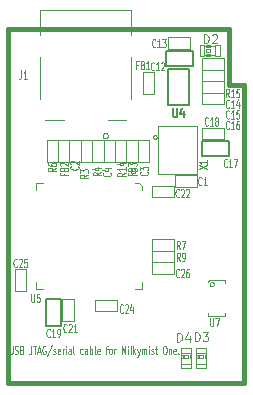
<source format=gto>
G04 (created by PCBNEW-RS274X (2010-05-05 BZR 2356)-stable) date 2010年09月03日 星期五 23时32分26秒*
G01*
G70*
G90*
%MOIN*%
G04 Gerber Fmt 3.4, Leading zero omitted, Abs format*
%FSLAX34Y34*%
G04 APERTURE LIST*
%ADD10C,0.006000*%
%ADD11C,0.015000*%
%ADD12C,0.004500*%
%ADD13C,0.002600*%
%ADD14C,0.004000*%
%ADD15C,0.003000*%
%ADD16C,0.005000*%
%ADD17C,0.003500*%
G04 APERTURE END LIST*
G54D10*
G54D11*
X47244Y-41220D02*
X47244Y-41220D01*
X46732Y-41221D02*
X47244Y-41221D01*
X46732Y-39370D02*
X46732Y-41220D01*
G54D12*
X39409Y-49931D02*
X39409Y-50158D01*
X39417Y-50185D01*
X39426Y-50198D01*
X39443Y-50211D01*
X39477Y-50211D01*
X39495Y-50198D01*
X39503Y-50185D01*
X39512Y-50158D01*
X39512Y-49931D01*
X39589Y-50198D02*
X39615Y-50211D01*
X39658Y-50211D01*
X39675Y-50198D01*
X39684Y-50185D01*
X39692Y-50158D01*
X39692Y-50131D01*
X39684Y-50105D01*
X39675Y-50091D01*
X39658Y-50078D01*
X39624Y-50065D01*
X39606Y-50051D01*
X39598Y-50038D01*
X39589Y-50011D01*
X39589Y-49985D01*
X39598Y-49958D01*
X39606Y-49945D01*
X39624Y-49931D01*
X39666Y-49931D01*
X39692Y-49945D01*
X39829Y-50065D02*
X39855Y-50078D01*
X39863Y-50091D01*
X39872Y-50118D01*
X39872Y-50158D01*
X39863Y-50185D01*
X39855Y-50198D01*
X39837Y-50211D01*
X39769Y-50211D01*
X39769Y-49931D01*
X39829Y-49931D01*
X39846Y-49945D01*
X39855Y-49958D01*
X39863Y-49985D01*
X39863Y-50011D01*
X39855Y-50038D01*
X39846Y-50051D01*
X39829Y-50065D01*
X39769Y-50065D01*
X40137Y-49931D02*
X40137Y-50131D01*
X40129Y-50171D01*
X40112Y-50198D01*
X40086Y-50211D01*
X40069Y-50211D01*
X40197Y-49931D02*
X40300Y-49931D01*
X40249Y-50211D02*
X40249Y-49931D01*
X40351Y-50131D02*
X40437Y-50131D01*
X40334Y-50211D02*
X40394Y-49931D01*
X40454Y-50211D01*
X40608Y-49945D02*
X40591Y-49931D01*
X40565Y-49931D01*
X40540Y-49945D01*
X40522Y-49971D01*
X40514Y-49998D01*
X40505Y-50051D01*
X40505Y-50091D01*
X40514Y-50145D01*
X40522Y-50171D01*
X40540Y-50198D01*
X40565Y-50211D01*
X40582Y-50211D01*
X40608Y-50198D01*
X40617Y-50185D01*
X40617Y-50091D01*
X40582Y-50091D01*
X40822Y-49918D02*
X40668Y-50278D01*
X40874Y-50198D02*
X40891Y-50211D01*
X40926Y-50211D01*
X40943Y-50198D01*
X40951Y-50171D01*
X40951Y-50158D01*
X40943Y-50131D01*
X40926Y-50118D01*
X40900Y-50118D01*
X40883Y-50105D01*
X40874Y-50078D01*
X40874Y-50065D01*
X40883Y-50038D01*
X40900Y-50025D01*
X40926Y-50025D01*
X40943Y-50038D01*
X41097Y-50198D02*
X41080Y-50211D01*
X41046Y-50211D01*
X41029Y-50198D01*
X41020Y-50171D01*
X41020Y-50065D01*
X41029Y-50038D01*
X41046Y-50025D01*
X41080Y-50025D01*
X41097Y-50038D01*
X41106Y-50065D01*
X41106Y-50091D01*
X41020Y-50118D01*
X41183Y-50211D02*
X41183Y-50025D01*
X41183Y-50078D02*
X41191Y-50051D01*
X41200Y-50038D01*
X41217Y-50025D01*
X41234Y-50025D01*
X41294Y-50211D02*
X41294Y-50025D01*
X41294Y-49931D02*
X41285Y-49945D01*
X41294Y-49958D01*
X41302Y-49945D01*
X41294Y-49931D01*
X41294Y-49958D01*
X41457Y-50211D02*
X41457Y-50065D01*
X41448Y-50038D01*
X41431Y-50025D01*
X41397Y-50025D01*
X41380Y-50038D01*
X41457Y-50198D02*
X41440Y-50211D01*
X41397Y-50211D01*
X41380Y-50198D01*
X41371Y-50171D01*
X41371Y-50145D01*
X41380Y-50118D01*
X41397Y-50105D01*
X41440Y-50105D01*
X41457Y-50091D01*
X41569Y-50211D02*
X41551Y-50198D01*
X41543Y-50171D01*
X41543Y-49931D01*
X41851Y-50198D02*
X41834Y-50211D01*
X41800Y-50211D01*
X41782Y-50198D01*
X41774Y-50185D01*
X41765Y-50158D01*
X41765Y-50078D01*
X41774Y-50051D01*
X41782Y-50038D01*
X41800Y-50025D01*
X41834Y-50025D01*
X41851Y-50038D01*
X42005Y-50211D02*
X42005Y-50065D01*
X41996Y-50038D01*
X41979Y-50025D01*
X41945Y-50025D01*
X41928Y-50038D01*
X42005Y-50198D02*
X41988Y-50211D01*
X41945Y-50211D01*
X41928Y-50198D01*
X41919Y-50171D01*
X41919Y-50145D01*
X41928Y-50118D01*
X41945Y-50105D01*
X41988Y-50105D01*
X42005Y-50091D01*
X42091Y-50211D02*
X42091Y-49931D01*
X42091Y-50038D02*
X42108Y-50025D01*
X42142Y-50025D01*
X42159Y-50038D01*
X42168Y-50051D01*
X42177Y-50078D01*
X42177Y-50158D01*
X42168Y-50185D01*
X42159Y-50198D01*
X42142Y-50211D01*
X42108Y-50211D01*
X42091Y-50198D01*
X42280Y-50211D02*
X42262Y-50198D01*
X42254Y-50171D01*
X42254Y-49931D01*
X42416Y-50198D02*
X42399Y-50211D01*
X42365Y-50211D01*
X42348Y-50198D01*
X42339Y-50171D01*
X42339Y-50065D01*
X42348Y-50038D01*
X42365Y-50025D01*
X42399Y-50025D01*
X42416Y-50038D01*
X42425Y-50065D01*
X42425Y-50091D01*
X42339Y-50118D01*
X42613Y-50025D02*
X42682Y-50025D01*
X42639Y-50211D02*
X42639Y-49971D01*
X42647Y-49945D01*
X42665Y-49931D01*
X42682Y-49931D01*
X42768Y-50211D02*
X42750Y-50198D01*
X42742Y-50185D01*
X42733Y-50158D01*
X42733Y-50078D01*
X42742Y-50051D01*
X42750Y-50038D01*
X42768Y-50025D01*
X42793Y-50025D01*
X42810Y-50038D01*
X42819Y-50051D01*
X42828Y-50078D01*
X42828Y-50158D01*
X42819Y-50185D01*
X42810Y-50198D01*
X42793Y-50211D01*
X42768Y-50211D01*
X42905Y-50211D02*
X42905Y-50025D01*
X42905Y-50078D02*
X42913Y-50051D01*
X42922Y-50038D01*
X42939Y-50025D01*
X42956Y-50025D01*
X43153Y-50211D02*
X43153Y-49931D01*
X43213Y-50131D01*
X43273Y-49931D01*
X43273Y-50211D01*
X43359Y-50211D02*
X43359Y-50025D01*
X43359Y-49931D02*
X43350Y-49945D01*
X43359Y-49958D01*
X43367Y-49945D01*
X43359Y-49931D01*
X43359Y-49958D01*
X43471Y-50211D02*
X43453Y-50198D01*
X43445Y-50171D01*
X43445Y-49931D01*
X43539Y-50211D02*
X43539Y-49931D01*
X43556Y-50105D02*
X43607Y-50211D01*
X43607Y-50025D02*
X43539Y-50131D01*
X43668Y-50025D02*
X43711Y-50211D01*
X43753Y-50025D02*
X43711Y-50211D01*
X43693Y-50278D01*
X43685Y-50291D01*
X43668Y-50305D01*
X43822Y-50211D02*
X43822Y-50025D01*
X43822Y-50051D02*
X43830Y-50038D01*
X43848Y-50025D01*
X43873Y-50025D01*
X43890Y-50038D01*
X43899Y-50065D01*
X43899Y-50211D01*
X43899Y-50065D02*
X43908Y-50038D01*
X43925Y-50025D01*
X43950Y-50025D01*
X43968Y-50038D01*
X43976Y-50065D01*
X43976Y-50211D01*
X44062Y-50211D02*
X44062Y-50025D01*
X44062Y-49931D02*
X44053Y-49945D01*
X44062Y-49958D01*
X44070Y-49945D01*
X44062Y-49931D01*
X44062Y-49958D01*
X44139Y-50198D02*
X44156Y-50211D01*
X44191Y-50211D01*
X44208Y-50198D01*
X44216Y-50171D01*
X44216Y-50158D01*
X44208Y-50131D01*
X44191Y-50118D01*
X44165Y-50118D01*
X44148Y-50105D01*
X44139Y-50078D01*
X44139Y-50065D01*
X44148Y-50038D01*
X44165Y-50025D01*
X44191Y-50025D01*
X44208Y-50038D01*
X44268Y-50025D02*
X44337Y-50025D01*
X44294Y-49931D02*
X44294Y-50171D01*
X44302Y-50198D01*
X44320Y-50211D01*
X44337Y-50211D01*
X44568Y-49931D02*
X44602Y-49931D01*
X44620Y-49945D01*
X44637Y-49971D01*
X44645Y-50025D01*
X44645Y-50118D01*
X44637Y-50171D01*
X44620Y-50198D01*
X44602Y-50211D01*
X44568Y-50211D01*
X44551Y-50198D01*
X44534Y-50171D01*
X44525Y-50118D01*
X44525Y-50025D01*
X44534Y-49971D01*
X44551Y-49945D01*
X44568Y-49931D01*
X44723Y-50025D02*
X44723Y-50211D01*
X44723Y-50051D02*
X44731Y-50038D01*
X44749Y-50025D01*
X44774Y-50025D01*
X44791Y-50038D01*
X44800Y-50065D01*
X44800Y-50211D01*
X44954Y-50198D02*
X44937Y-50211D01*
X44903Y-50211D01*
X44886Y-50198D01*
X44877Y-50171D01*
X44877Y-50065D01*
X44886Y-50038D01*
X44903Y-50025D01*
X44937Y-50025D01*
X44954Y-50038D01*
X44963Y-50065D01*
X44963Y-50091D01*
X44877Y-50118D01*
X45040Y-50185D02*
X45048Y-50198D01*
X45040Y-50211D01*
X45031Y-50198D01*
X45040Y-50185D01*
X45040Y-50211D01*
G54D11*
X39370Y-51181D02*
X39370Y-39370D01*
X47244Y-51181D02*
X39370Y-51181D01*
X47244Y-41220D02*
X47244Y-51181D01*
X39370Y-39370D02*
X46732Y-39370D01*
G54D13*
X45903Y-40257D02*
X45903Y-39903D01*
X45903Y-39903D02*
X45746Y-39903D01*
X45746Y-40257D02*
X45746Y-39903D01*
X45903Y-40257D02*
X45746Y-40257D01*
X46414Y-40257D02*
X46414Y-39903D01*
X46414Y-39903D02*
X46257Y-39903D01*
X46257Y-40257D02*
X46257Y-39903D01*
X46414Y-40257D02*
X46257Y-40257D01*
X46080Y-40257D02*
X46080Y-40198D01*
X46080Y-40198D02*
X45962Y-40198D01*
X45962Y-40257D02*
X45962Y-40198D01*
X46080Y-40257D02*
X45962Y-40257D01*
X46080Y-39962D02*
X46080Y-39903D01*
X46080Y-39903D02*
X45962Y-39903D01*
X45962Y-39962D02*
X45962Y-39903D01*
X46080Y-39962D02*
X45962Y-39962D01*
X46080Y-40139D02*
X46080Y-40021D01*
X46080Y-40021D02*
X45962Y-40021D01*
X45962Y-40139D02*
X45962Y-40021D01*
X46080Y-40139D02*
X45962Y-40139D01*
G54D14*
X45903Y-40237D02*
X46257Y-40237D01*
X45903Y-39923D02*
X46257Y-39923D01*
G54D13*
X45623Y-50173D02*
X45977Y-50173D01*
X45977Y-50173D02*
X45977Y-50016D01*
X45623Y-50016D02*
X45977Y-50016D01*
X45623Y-50173D02*
X45623Y-50016D01*
X45623Y-50684D02*
X45977Y-50684D01*
X45977Y-50684D02*
X45977Y-50527D01*
X45623Y-50527D02*
X45977Y-50527D01*
X45623Y-50684D02*
X45623Y-50527D01*
X45623Y-50350D02*
X45682Y-50350D01*
X45682Y-50350D02*
X45682Y-50232D01*
X45623Y-50232D02*
X45682Y-50232D01*
X45623Y-50350D02*
X45623Y-50232D01*
X45918Y-50350D02*
X45977Y-50350D01*
X45977Y-50350D02*
X45977Y-50232D01*
X45918Y-50232D02*
X45977Y-50232D01*
X45918Y-50350D02*
X45918Y-50232D01*
X45741Y-50350D02*
X45859Y-50350D01*
X45859Y-50350D02*
X45859Y-50232D01*
X45741Y-50232D02*
X45859Y-50232D01*
X45741Y-50350D02*
X45741Y-50232D01*
G54D14*
X45643Y-50173D02*
X45643Y-50527D01*
X45957Y-50173D02*
X45957Y-50527D01*
G54D13*
X45123Y-50173D02*
X45477Y-50173D01*
X45477Y-50173D02*
X45477Y-50016D01*
X45123Y-50016D02*
X45477Y-50016D01*
X45123Y-50173D02*
X45123Y-50016D01*
X45123Y-50684D02*
X45477Y-50684D01*
X45477Y-50684D02*
X45477Y-50527D01*
X45123Y-50527D02*
X45477Y-50527D01*
X45123Y-50684D02*
X45123Y-50527D01*
X45123Y-50350D02*
X45182Y-50350D01*
X45182Y-50350D02*
X45182Y-50232D01*
X45123Y-50232D02*
X45182Y-50232D01*
X45123Y-50350D02*
X45123Y-50232D01*
X45418Y-50350D02*
X45477Y-50350D01*
X45477Y-50350D02*
X45477Y-50232D01*
X45418Y-50232D02*
X45477Y-50232D01*
X45418Y-50350D02*
X45418Y-50232D01*
X45241Y-50350D02*
X45359Y-50350D01*
X45359Y-50350D02*
X45359Y-50232D01*
X45241Y-50232D02*
X45359Y-50232D01*
X45241Y-50350D02*
X45241Y-50232D01*
G54D14*
X45143Y-50173D02*
X45143Y-50527D01*
X45457Y-50173D02*
X45457Y-50527D01*
G54D15*
X43613Y-44096D02*
X43611Y-44112D01*
X43606Y-44127D01*
X43599Y-44141D01*
X43588Y-44154D01*
X43576Y-44164D01*
X43562Y-44172D01*
X43546Y-44177D01*
X43530Y-44178D01*
X43515Y-44177D01*
X43499Y-44172D01*
X43485Y-44165D01*
X43472Y-44155D01*
X43462Y-44142D01*
X43454Y-44128D01*
X43449Y-44113D01*
X43448Y-44097D01*
X43449Y-44082D01*
X43453Y-44066D01*
X43461Y-44052D01*
X43471Y-44039D01*
X43483Y-44028D01*
X43497Y-44020D01*
X43513Y-44015D01*
X43529Y-44014D01*
X43544Y-44015D01*
X43560Y-44019D01*
X43574Y-44026D01*
X43587Y-44036D01*
X43597Y-44049D01*
X43605Y-44063D01*
X43610Y-44078D01*
X43612Y-44094D01*
X43613Y-44096D01*
X43825Y-44726D02*
X43825Y-44588D01*
X43825Y-44588D02*
X43727Y-44490D01*
X43727Y-44490D02*
X43589Y-44490D01*
X40282Y-47797D02*
X40282Y-48033D01*
X40282Y-48033D02*
X40518Y-48033D01*
X40518Y-44490D02*
X40282Y-44490D01*
X40282Y-44490D02*
X40282Y-44726D01*
X43589Y-48033D02*
X43825Y-48033D01*
X43825Y-48033D02*
X43825Y-47797D01*
X41790Y-43790D02*
X41790Y-43060D01*
X41790Y-43060D02*
X42170Y-43060D01*
X42170Y-43060D02*
X42170Y-43790D01*
X42170Y-43790D02*
X41790Y-43790D01*
X42170Y-43790D02*
X42170Y-43060D01*
X42170Y-43060D02*
X42550Y-43060D01*
X42550Y-43060D02*
X42550Y-43790D01*
X42550Y-43790D02*
X42170Y-43790D01*
X44920Y-44250D02*
X45650Y-44250D01*
X45650Y-44250D02*
X45650Y-44630D01*
X45650Y-44630D02*
X44920Y-44630D01*
X44920Y-44630D02*
X44920Y-44250D01*
X43690Y-43790D02*
X43690Y-43060D01*
X43690Y-43060D02*
X44070Y-43060D01*
X44070Y-43060D02*
X44070Y-43790D01*
X44070Y-43790D02*
X43690Y-43790D01*
X42930Y-43060D02*
X42930Y-43790D01*
X42930Y-43790D02*
X42550Y-43790D01*
X42550Y-43790D02*
X42550Y-43060D01*
X42550Y-43060D02*
X42930Y-43060D01*
X41790Y-43060D02*
X41790Y-43790D01*
X41790Y-43790D02*
X41410Y-43790D01*
X41410Y-43790D02*
X41410Y-43060D01*
X41410Y-43060D02*
X41790Y-43060D01*
X43860Y-41540D02*
X43860Y-40810D01*
X43860Y-40810D02*
X44240Y-40810D01*
X44240Y-40810D02*
X44240Y-41540D01*
X44240Y-41540D02*
X43860Y-41540D01*
X44900Y-47140D02*
X44170Y-47140D01*
X44170Y-47140D02*
X44170Y-46760D01*
X44170Y-46760D02*
X44900Y-46760D01*
X44900Y-46760D02*
X44900Y-47140D01*
X44900Y-46760D02*
X44170Y-46760D01*
X44170Y-46760D02*
X44170Y-46380D01*
X44170Y-46380D02*
X44900Y-46380D01*
X44900Y-46380D02*
X44900Y-46760D01*
X45820Y-41110D02*
X46550Y-41110D01*
X46550Y-41110D02*
X46550Y-41490D01*
X46550Y-41490D02*
X45820Y-41490D01*
X45820Y-41490D02*
X45820Y-41110D01*
X45820Y-40730D02*
X46550Y-40730D01*
X46550Y-40730D02*
X46550Y-41110D01*
X46550Y-41110D02*
X45820Y-41110D01*
X45820Y-41110D02*
X45820Y-40730D01*
X44710Y-39650D02*
X45440Y-39650D01*
X45440Y-39650D02*
X45440Y-40030D01*
X45440Y-40030D02*
X44710Y-40030D01*
X44710Y-40030D02*
X44710Y-39650D01*
X42260Y-48390D02*
X42990Y-48390D01*
X42990Y-48390D02*
X42990Y-48770D01*
X42990Y-48770D02*
X42260Y-48770D01*
X42260Y-48770D02*
X42260Y-48390D01*
X44170Y-47140D02*
X44900Y-47140D01*
X44900Y-47140D02*
X44900Y-47520D01*
X44900Y-47520D02*
X44170Y-47520D01*
X44170Y-47520D02*
X44170Y-47140D01*
X39970Y-47370D02*
X39970Y-48100D01*
X39970Y-48100D02*
X39590Y-48100D01*
X39590Y-48100D02*
X39590Y-47370D01*
X39590Y-47370D02*
X39970Y-47370D01*
X41550Y-48380D02*
X41550Y-49110D01*
X41550Y-49110D02*
X41170Y-49110D01*
X41170Y-49110D02*
X41170Y-48380D01*
X41170Y-48380D02*
X41550Y-48380D01*
X44150Y-44600D02*
X44880Y-44600D01*
X44880Y-44600D02*
X44880Y-44980D01*
X44880Y-44980D02*
X44150Y-44980D01*
X44150Y-44980D02*
X44150Y-44600D01*
X43690Y-43060D02*
X43690Y-43790D01*
X43690Y-43790D02*
X43310Y-43790D01*
X43310Y-43790D02*
X43310Y-43060D01*
X43310Y-43060D02*
X43690Y-43060D01*
X41410Y-43060D02*
X41410Y-43790D01*
X41410Y-43790D02*
X41030Y-43790D01*
X41030Y-43790D02*
X41030Y-43060D01*
X41030Y-43060D02*
X41410Y-43060D01*
X46550Y-40730D02*
X45820Y-40730D01*
X45820Y-40730D02*
X45820Y-40350D01*
X45820Y-40350D02*
X46550Y-40350D01*
X46550Y-40350D02*
X46550Y-40730D01*
X45820Y-42660D02*
X46550Y-42660D01*
X46550Y-42660D02*
X46550Y-43040D01*
X46550Y-43040D02*
X45820Y-43040D01*
X45820Y-43040D02*
X45820Y-42660D01*
X45820Y-41490D02*
X46550Y-41490D01*
X46550Y-41490D02*
X46550Y-41870D01*
X46550Y-41870D02*
X45820Y-41870D01*
X45820Y-41870D02*
X45820Y-41490D01*
G54D16*
X44630Y-40090D02*
X45530Y-40090D01*
X45530Y-40090D02*
X45530Y-40590D01*
X45530Y-40590D02*
X44630Y-40590D01*
X44630Y-40590D02*
X44630Y-40090D01*
X45830Y-43100D02*
X46730Y-43100D01*
X46730Y-43100D02*
X46730Y-43600D01*
X46730Y-43600D02*
X45830Y-43600D01*
X45830Y-43600D02*
X45830Y-43100D01*
X41120Y-48380D02*
X41120Y-49280D01*
X41120Y-49280D02*
X40620Y-49280D01*
X40620Y-49280D02*
X40620Y-48380D01*
X40620Y-48380D02*
X41120Y-48380D01*
X45400Y-41890D02*
X44700Y-41890D01*
X44700Y-41890D02*
X44700Y-40690D01*
X44700Y-40690D02*
X45400Y-40690D01*
X45400Y-40690D02*
X45400Y-41890D01*
G54D15*
X46227Y-47872D02*
X46225Y-47885D01*
X46221Y-47898D01*
X46215Y-47910D01*
X46206Y-47921D01*
X46196Y-47930D01*
X46184Y-47936D01*
X46171Y-47940D01*
X46157Y-47941D01*
X46144Y-47940D01*
X46131Y-47936D01*
X46119Y-47930D01*
X46109Y-47922D01*
X46100Y-47911D01*
X46093Y-47899D01*
X46089Y-47886D01*
X46088Y-47872D01*
X46089Y-47860D01*
X46092Y-47847D01*
X46099Y-47835D01*
X46107Y-47824D01*
X46118Y-47815D01*
X46129Y-47808D01*
X46142Y-47804D01*
X46156Y-47803D01*
X46169Y-47804D01*
X46182Y-47807D01*
X46194Y-47813D01*
X46205Y-47822D01*
X46214Y-47832D01*
X46220Y-47844D01*
X46225Y-47857D01*
X46226Y-47871D01*
X46227Y-47872D01*
X46587Y-48848D02*
X46587Y-48927D01*
X46587Y-48927D02*
X46041Y-48929D01*
X46041Y-48929D02*
X46041Y-48848D01*
X46586Y-47821D02*
X46586Y-47743D01*
X46586Y-47743D02*
X46045Y-47744D01*
X46045Y-47744D02*
X46044Y-47817D01*
X42686Y-42925D02*
X42684Y-42941D01*
X42679Y-42958D01*
X42671Y-42973D01*
X42660Y-42986D01*
X42647Y-42997D01*
X42632Y-43005D01*
X42616Y-43010D01*
X42599Y-43011D01*
X42583Y-43010D01*
X42567Y-43005D01*
X42552Y-42997D01*
X42539Y-42987D01*
X42528Y-42974D01*
X42520Y-42959D01*
X42514Y-42943D01*
X42513Y-42926D01*
X42514Y-42910D01*
X42519Y-42893D01*
X42526Y-42878D01*
X42537Y-42865D01*
X42550Y-42854D01*
X42565Y-42846D01*
X42581Y-42841D01*
X42598Y-42839D01*
X42614Y-42840D01*
X42630Y-42844D01*
X42645Y-42852D01*
X42658Y-42862D01*
X42670Y-42875D01*
X42678Y-42890D01*
X42683Y-42906D01*
X42685Y-42923D01*
X42686Y-42925D01*
X43446Y-40307D02*
X43446Y-41704D01*
X40414Y-39578D02*
X40414Y-38732D01*
X40414Y-38732D02*
X43446Y-38732D01*
X43446Y-38732D02*
X43446Y-39559D01*
X40414Y-41704D02*
X40414Y-40307D01*
X42678Y-42393D02*
X43308Y-42393D01*
X41222Y-42393D02*
X40592Y-42393D01*
X40650Y-43790D02*
X40650Y-43060D01*
X40650Y-43060D02*
X41030Y-43060D01*
X41030Y-43060D02*
X41030Y-43790D01*
X41030Y-43790D02*
X40650Y-43790D01*
X42930Y-43790D02*
X42930Y-43060D01*
X42930Y-43060D02*
X43310Y-43060D01*
X43310Y-43060D02*
X43310Y-43790D01*
X43310Y-43790D02*
X42930Y-43790D01*
X44316Y-42970D02*
X44314Y-42981D01*
X44311Y-42992D01*
X44306Y-43002D01*
X44298Y-43011D01*
X44289Y-43018D01*
X44279Y-43024D01*
X44268Y-43027D01*
X44257Y-43028D01*
X44246Y-43027D01*
X44235Y-43024D01*
X44225Y-43019D01*
X44216Y-43012D01*
X44209Y-43003D01*
X44203Y-42993D01*
X44200Y-42982D01*
X44199Y-42970D01*
X44199Y-42960D01*
X44203Y-42949D01*
X44208Y-42939D01*
X44215Y-42930D01*
X44224Y-42922D01*
X44234Y-42916D01*
X44245Y-42913D01*
X44256Y-42912D01*
X44267Y-42912D01*
X44278Y-42915D01*
X44288Y-42921D01*
X44297Y-42928D01*
X44305Y-42936D01*
X44310Y-42947D01*
X44314Y-42957D01*
X44315Y-42969D01*
X44316Y-42970D01*
X45645Y-42596D02*
X44365Y-42596D01*
X44365Y-42596D02*
X44365Y-44210D01*
X44365Y-44210D02*
X45645Y-44210D01*
X45645Y-44210D02*
X45645Y-42596D01*
G54D17*
X45880Y-39845D02*
X45880Y-39545D01*
X45952Y-39545D01*
X45995Y-39560D01*
X46023Y-39588D01*
X46038Y-39617D01*
X46052Y-39674D01*
X46052Y-39717D01*
X46038Y-39774D01*
X46023Y-39803D01*
X45995Y-39831D01*
X45952Y-39845D01*
X45880Y-39845D01*
X46166Y-39574D02*
X46180Y-39560D01*
X46209Y-39545D01*
X46280Y-39545D01*
X46309Y-39560D01*
X46323Y-39574D01*
X46338Y-39603D01*
X46338Y-39631D01*
X46323Y-39674D01*
X46152Y-39845D01*
X46338Y-39845D01*
X45578Y-49781D02*
X45578Y-49481D01*
X45650Y-49481D01*
X45693Y-49496D01*
X45721Y-49524D01*
X45736Y-49553D01*
X45750Y-49610D01*
X45750Y-49653D01*
X45736Y-49710D01*
X45721Y-49739D01*
X45693Y-49767D01*
X45650Y-49781D01*
X45578Y-49781D01*
X45850Y-49481D02*
X46036Y-49481D01*
X45936Y-49596D01*
X45978Y-49596D01*
X46007Y-49610D01*
X46021Y-49624D01*
X46036Y-49653D01*
X46036Y-49724D01*
X46021Y-49753D01*
X46007Y-49767D01*
X45978Y-49781D01*
X45893Y-49781D01*
X45864Y-49767D01*
X45850Y-49753D01*
X44988Y-49791D02*
X44988Y-49491D01*
X45060Y-49491D01*
X45103Y-49506D01*
X45131Y-49534D01*
X45146Y-49563D01*
X45160Y-49620D01*
X45160Y-49663D01*
X45146Y-49720D01*
X45131Y-49749D01*
X45103Y-49777D01*
X45060Y-49791D01*
X44988Y-49791D01*
X45417Y-49591D02*
X45417Y-49791D01*
X45346Y-49477D02*
X45274Y-49691D01*
X45460Y-49691D01*
G54D12*
X40133Y-48193D02*
X40133Y-48420D01*
X40141Y-48447D01*
X40150Y-48460D01*
X40167Y-48473D01*
X40201Y-48473D01*
X40219Y-48460D01*
X40227Y-48447D01*
X40236Y-48420D01*
X40236Y-48193D01*
X40408Y-48193D02*
X40322Y-48193D01*
X40313Y-48327D01*
X40322Y-48313D01*
X40339Y-48300D01*
X40382Y-48300D01*
X40399Y-48313D01*
X40408Y-48327D01*
X40416Y-48353D01*
X40416Y-48420D01*
X40408Y-48447D01*
X40399Y-48460D01*
X40382Y-48473D01*
X40339Y-48473D01*
X40322Y-48460D01*
X40313Y-48447D01*
X42042Y-44222D02*
X41909Y-44282D01*
X42042Y-44325D02*
X41762Y-44325D01*
X41762Y-44257D01*
X41776Y-44239D01*
X41789Y-44231D01*
X41816Y-44222D01*
X41856Y-44222D01*
X41882Y-44231D01*
X41896Y-44239D01*
X41909Y-44257D01*
X41909Y-44325D01*
X41762Y-44162D02*
X41762Y-44051D01*
X41869Y-44111D01*
X41869Y-44085D01*
X41882Y-44068D01*
X41896Y-44059D01*
X41922Y-44051D01*
X41989Y-44051D01*
X42016Y-44059D01*
X42029Y-44068D01*
X42042Y-44085D01*
X42042Y-44137D01*
X42029Y-44154D01*
X42016Y-44162D01*
X42463Y-44149D02*
X42330Y-44209D01*
X42463Y-44252D02*
X42183Y-44252D01*
X42183Y-44184D01*
X42197Y-44166D01*
X42210Y-44158D01*
X42237Y-44149D01*
X42277Y-44149D01*
X42303Y-44158D01*
X42317Y-44166D01*
X42330Y-44184D01*
X42330Y-44252D01*
X42277Y-43995D02*
X42463Y-43995D01*
X42170Y-44038D02*
X42370Y-44081D01*
X42370Y-43969D01*
X45811Y-44547D02*
X45802Y-44560D01*
X45776Y-44573D01*
X45759Y-44573D01*
X45734Y-44560D01*
X45716Y-44533D01*
X45708Y-44507D01*
X45699Y-44453D01*
X45699Y-44413D01*
X45708Y-44360D01*
X45716Y-44333D01*
X45734Y-44307D01*
X45759Y-44293D01*
X45776Y-44293D01*
X45802Y-44307D01*
X45811Y-44320D01*
X45982Y-44573D02*
X45879Y-44573D01*
X45931Y-44573D02*
X45931Y-44293D01*
X45914Y-44333D01*
X45896Y-44360D01*
X45879Y-44373D01*
X44007Y-44139D02*
X44020Y-44148D01*
X44033Y-44174D01*
X44033Y-44191D01*
X44020Y-44216D01*
X43993Y-44234D01*
X43967Y-44242D01*
X43913Y-44251D01*
X43873Y-44251D01*
X43820Y-44242D01*
X43793Y-44234D01*
X43767Y-44216D01*
X43753Y-44191D01*
X43753Y-44174D01*
X43767Y-44148D01*
X43780Y-44139D01*
X43753Y-44079D02*
X43753Y-43968D01*
X43860Y-44028D01*
X43860Y-44002D01*
X43873Y-43985D01*
X43887Y-43976D01*
X43913Y-43968D01*
X43980Y-43968D01*
X44007Y-43976D01*
X44020Y-43985D01*
X44033Y-44002D01*
X44033Y-44054D01*
X44020Y-44071D01*
X44007Y-44079D01*
X42767Y-44169D02*
X42780Y-44178D01*
X42793Y-44204D01*
X42793Y-44221D01*
X42780Y-44246D01*
X42753Y-44264D01*
X42727Y-44272D01*
X42673Y-44281D01*
X42633Y-44281D01*
X42580Y-44272D01*
X42553Y-44264D01*
X42527Y-44246D01*
X42513Y-44221D01*
X42513Y-44204D01*
X42527Y-44178D01*
X42540Y-44169D01*
X42607Y-44015D02*
X42793Y-44015D01*
X42500Y-44058D02*
X42700Y-44101D01*
X42700Y-43989D01*
X41697Y-43949D02*
X41710Y-43958D01*
X41723Y-43984D01*
X41723Y-44001D01*
X41710Y-44026D01*
X41683Y-44044D01*
X41657Y-44052D01*
X41603Y-44061D01*
X41563Y-44061D01*
X41510Y-44052D01*
X41483Y-44044D01*
X41457Y-44026D01*
X41443Y-44001D01*
X41443Y-43984D01*
X41457Y-43958D01*
X41470Y-43949D01*
X41470Y-43881D02*
X41457Y-43872D01*
X41443Y-43855D01*
X41443Y-43812D01*
X41457Y-43795D01*
X41470Y-43786D01*
X41497Y-43778D01*
X41523Y-43778D01*
X41563Y-43786D01*
X41723Y-43889D01*
X41723Y-43778D01*
X43701Y-40567D02*
X43641Y-40567D01*
X43641Y-40713D02*
X43641Y-40433D01*
X43727Y-40433D01*
X43855Y-40567D02*
X43881Y-40580D01*
X43889Y-40593D01*
X43898Y-40620D01*
X43898Y-40660D01*
X43889Y-40687D01*
X43881Y-40700D01*
X43863Y-40713D01*
X43795Y-40713D01*
X43795Y-40433D01*
X43855Y-40433D01*
X43872Y-40447D01*
X43881Y-40460D01*
X43889Y-40487D01*
X43889Y-40513D01*
X43881Y-40540D01*
X43872Y-40553D01*
X43855Y-40567D01*
X43795Y-40567D01*
X44069Y-40713D02*
X43966Y-40713D01*
X44018Y-40713D02*
X44018Y-40433D01*
X44001Y-40473D01*
X43983Y-40500D01*
X43966Y-40513D01*
X45091Y-47103D02*
X45031Y-46970D01*
X44988Y-47103D02*
X44988Y-46823D01*
X45056Y-46823D01*
X45074Y-46837D01*
X45082Y-46850D01*
X45091Y-46877D01*
X45091Y-46917D01*
X45082Y-46943D01*
X45074Y-46957D01*
X45056Y-46970D01*
X44988Y-46970D01*
X45176Y-47103D02*
X45211Y-47103D01*
X45228Y-47090D01*
X45236Y-47077D01*
X45254Y-47037D01*
X45262Y-46983D01*
X45262Y-46877D01*
X45254Y-46850D01*
X45245Y-46837D01*
X45228Y-46823D01*
X45194Y-46823D01*
X45176Y-46837D01*
X45168Y-46850D01*
X45159Y-46877D01*
X45159Y-46943D01*
X45168Y-46970D01*
X45176Y-46983D01*
X45194Y-46997D01*
X45228Y-46997D01*
X45245Y-46983D01*
X45254Y-46970D01*
X45262Y-46943D01*
X45091Y-46713D02*
X45031Y-46580D01*
X44988Y-46713D02*
X44988Y-46433D01*
X45056Y-46433D01*
X45074Y-46447D01*
X45082Y-46460D01*
X45091Y-46487D01*
X45091Y-46527D01*
X45082Y-46553D01*
X45074Y-46567D01*
X45056Y-46580D01*
X44988Y-46580D01*
X45151Y-46433D02*
X45271Y-46433D01*
X45194Y-46713D01*
X46735Y-42331D02*
X46726Y-42344D01*
X46700Y-42357D01*
X46683Y-42357D01*
X46658Y-42344D01*
X46640Y-42317D01*
X46632Y-42291D01*
X46623Y-42237D01*
X46623Y-42197D01*
X46632Y-42144D01*
X46640Y-42117D01*
X46658Y-42091D01*
X46683Y-42077D01*
X46700Y-42077D01*
X46726Y-42091D01*
X46735Y-42104D01*
X46906Y-42357D02*
X46803Y-42357D01*
X46855Y-42357D02*
X46855Y-42077D01*
X46838Y-42117D01*
X46820Y-42144D01*
X46803Y-42157D01*
X47069Y-42077D02*
X46983Y-42077D01*
X46974Y-42211D01*
X46983Y-42197D01*
X47000Y-42184D01*
X47043Y-42184D01*
X47060Y-42197D01*
X47069Y-42211D01*
X47077Y-42237D01*
X47077Y-42304D01*
X47069Y-42331D01*
X47060Y-42344D01*
X47043Y-42357D01*
X47000Y-42357D01*
X46983Y-42344D01*
X46974Y-42331D01*
X46735Y-41977D02*
X46726Y-41990D01*
X46700Y-42003D01*
X46683Y-42003D01*
X46658Y-41990D01*
X46640Y-41963D01*
X46632Y-41937D01*
X46623Y-41883D01*
X46623Y-41843D01*
X46632Y-41790D01*
X46640Y-41763D01*
X46658Y-41737D01*
X46683Y-41723D01*
X46700Y-41723D01*
X46726Y-41737D01*
X46735Y-41750D01*
X46906Y-42003D02*
X46803Y-42003D01*
X46855Y-42003D02*
X46855Y-41723D01*
X46838Y-41763D01*
X46820Y-41790D01*
X46803Y-41803D01*
X47060Y-41817D02*
X47060Y-42003D01*
X47017Y-41710D02*
X46974Y-41910D01*
X47086Y-41910D01*
X44275Y-39957D02*
X44266Y-39970D01*
X44240Y-39983D01*
X44223Y-39983D01*
X44198Y-39970D01*
X44180Y-39943D01*
X44172Y-39917D01*
X44163Y-39863D01*
X44163Y-39823D01*
X44172Y-39770D01*
X44180Y-39743D01*
X44198Y-39717D01*
X44223Y-39703D01*
X44240Y-39703D01*
X44266Y-39717D01*
X44275Y-39730D01*
X44446Y-39983D02*
X44343Y-39983D01*
X44395Y-39983D02*
X44395Y-39703D01*
X44378Y-39743D01*
X44360Y-39770D01*
X44343Y-39783D01*
X44506Y-39703D02*
X44617Y-39703D01*
X44557Y-39810D01*
X44583Y-39810D01*
X44600Y-39823D01*
X44609Y-39837D01*
X44617Y-39863D01*
X44617Y-39930D01*
X44609Y-39957D01*
X44600Y-39970D01*
X44583Y-39983D01*
X44531Y-39983D01*
X44514Y-39970D01*
X44506Y-39957D01*
X43192Y-48807D02*
X43183Y-48820D01*
X43157Y-48833D01*
X43140Y-48833D01*
X43115Y-48820D01*
X43097Y-48793D01*
X43089Y-48767D01*
X43080Y-48713D01*
X43080Y-48673D01*
X43089Y-48620D01*
X43097Y-48593D01*
X43115Y-48567D01*
X43140Y-48553D01*
X43157Y-48553D01*
X43183Y-48567D01*
X43192Y-48580D01*
X43260Y-48580D02*
X43269Y-48567D01*
X43286Y-48553D01*
X43329Y-48553D01*
X43346Y-48567D01*
X43355Y-48580D01*
X43363Y-48607D01*
X43363Y-48633D01*
X43355Y-48673D01*
X43252Y-48833D01*
X43363Y-48833D01*
X43517Y-48647D02*
X43517Y-48833D01*
X43474Y-48540D02*
X43431Y-48740D01*
X43543Y-48740D01*
X45062Y-47626D02*
X45053Y-47639D01*
X45027Y-47652D01*
X45010Y-47652D01*
X44985Y-47639D01*
X44967Y-47612D01*
X44959Y-47586D01*
X44950Y-47532D01*
X44950Y-47492D01*
X44959Y-47439D01*
X44967Y-47412D01*
X44985Y-47386D01*
X45010Y-47372D01*
X45027Y-47372D01*
X45053Y-47386D01*
X45062Y-47399D01*
X45130Y-47399D02*
X45139Y-47386D01*
X45156Y-47372D01*
X45199Y-47372D01*
X45216Y-47386D01*
X45225Y-47399D01*
X45233Y-47426D01*
X45233Y-47452D01*
X45225Y-47492D01*
X45122Y-47652D01*
X45233Y-47652D01*
X45387Y-47372D02*
X45353Y-47372D01*
X45336Y-47386D01*
X45327Y-47399D01*
X45310Y-47439D01*
X45301Y-47492D01*
X45301Y-47599D01*
X45310Y-47626D01*
X45318Y-47639D01*
X45336Y-47652D01*
X45370Y-47652D01*
X45387Y-47639D01*
X45396Y-47626D01*
X45404Y-47599D01*
X45404Y-47532D01*
X45396Y-47506D01*
X45387Y-47492D01*
X45370Y-47479D01*
X45336Y-47479D01*
X45318Y-47492D01*
X45310Y-47506D01*
X45301Y-47532D01*
X39655Y-47277D02*
X39646Y-47290D01*
X39620Y-47303D01*
X39603Y-47303D01*
X39578Y-47290D01*
X39560Y-47263D01*
X39552Y-47237D01*
X39543Y-47183D01*
X39543Y-47143D01*
X39552Y-47090D01*
X39560Y-47063D01*
X39578Y-47037D01*
X39603Y-47023D01*
X39620Y-47023D01*
X39646Y-47037D01*
X39655Y-47050D01*
X39723Y-47050D02*
X39732Y-47037D01*
X39749Y-47023D01*
X39792Y-47023D01*
X39809Y-47037D01*
X39818Y-47050D01*
X39826Y-47077D01*
X39826Y-47103D01*
X39818Y-47143D01*
X39715Y-47303D01*
X39826Y-47303D01*
X39989Y-47023D02*
X39903Y-47023D01*
X39894Y-47157D01*
X39903Y-47143D01*
X39920Y-47130D01*
X39963Y-47130D01*
X39980Y-47143D01*
X39989Y-47157D01*
X39997Y-47183D01*
X39997Y-47250D01*
X39989Y-47277D01*
X39980Y-47290D01*
X39963Y-47303D01*
X39920Y-47303D01*
X39903Y-47290D01*
X39894Y-47277D01*
X41315Y-49447D02*
X41306Y-49460D01*
X41280Y-49473D01*
X41263Y-49473D01*
X41238Y-49460D01*
X41220Y-49433D01*
X41212Y-49407D01*
X41203Y-49353D01*
X41203Y-49313D01*
X41212Y-49260D01*
X41220Y-49233D01*
X41238Y-49207D01*
X41263Y-49193D01*
X41280Y-49193D01*
X41306Y-49207D01*
X41315Y-49220D01*
X41383Y-49220D02*
X41392Y-49207D01*
X41409Y-49193D01*
X41452Y-49193D01*
X41469Y-49207D01*
X41478Y-49220D01*
X41486Y-49247D01*
X41486Y-49273D01*
X41478Y-49313D01*
X41375Y-49473D01*
X41486Y-49473D01*
X41657Y-49473D02*
X41554Y-49473D01*
X41606Y-49473D02*
X41606Y-49193D01*
X41589Y-49233D01*
X41571Y-49260D01*
X41554Y-49273D01*
X45055Y-44957D02*
X45046Y-44970D01*
X45020Y-44983D01*
X45003Y-44983D01*
X44978Y-44970D01*
X44960Y-44943D01*
X44952Y-44917D01*
X44943Y-44863D01*
X44943Y-44823D01*
X44952Y-44770D01*
X44960Y-44743D01*
X44978Y-44717D01*
X45003Y-44703D01*
X45020Y-44703D01*
X45046Y-44717D01*
X45055Y-44730D01*
X45123Y-44730D02*
X45132Y-44717D01*
X45149Y-44703D01*
X45192Y-44703D01*
X45209Y-44717D01*
X45218Y-44730D01*
X45226Y-44757D01*
X45226Y-44783D01*
X45218Y-44823D01*
X45115Y-44983D01*
X45226Y-44983D01*
X45294Y-44730D02*
X45303Y-44717D01*
X45320Y-44703D01*
X45363Y-44703D01*
X45380Y-44717D01*
X45389Y-44730D01*
X45397Y-44757D01*
X45397Y-44783D01*
X45389Y-44823D01*
X45286Y-44983D01*
X45397Y-44983D01*
X43507Y-44189D02*
X43507Y-44249D01*
X43653Y-44249D02*
X43373Y-44249D01*
X43373Y-44163D01*
X43507Y-44035D02*
X43520Y-44009D01*
X43533Y-44001D01*
X43560Y-43992D01*
X43600Y-43992D01*
X43627Y-44001D01*
X43640Y-44009D01*
X43653Y-44027D01*
X43653Y-44095D01*
X43373Y-44095D01*
X43373Y-44035D01*
X43387Y-44018D01*
X43400Y-44009D01*
X43427Y-44001D01*
X43453Y-44001D01*
X43480Y-44009D01*
X43493Y-44018D01*
X43507Y-44035D01*
X43507Y-44095D01*
X43373Y-43932D02*
X43373Y-43821D01*
X43480Y-43881D01*
X43480Y-43855D01*
X43493Y-43838D01*
X43507Y-43829D01*
X43533Y-43821D01*
X43600Y-43821D01*
X43627Y-43829D01*
X43640Y-43838D01*
X43653Y-43855D01*
X43653Y-43907D01*
X43640Y-43924D01*
X43627Y-43932D01*
X41227Y-44189D02*
X41227Y-44249D01*
X41373Y-44249D02*
X41093Y-44249D01*
X41093Y-44163D01*
X41227Y-44035D02*
X41240Y-44009D01*
X41253Y-44001D01*
X41280Y-43992D01*
X41320Y-43992D01*
X41347Y-44001D01*
X41360Y-44009D01*
X41373Y-44027D01*
X41373Y-44095D01*
X41093Y-44095D01*
X41093Y-44035D01*
X41107Y-44018D01*
X41120Y-44009D01*
X41147Y-44001D01*
X41173Y-44001D01*
X41200Y-44009D01*
X41213Y-44018D01*
X41227Y-44035D01*
X41227Y-44095D01*
X41120Y-43924D02*
X41107Y-43915D01*
X41093Y-43898D01*
X41093Y-43855D01*
X41107Y-43838D01*
X41120Y-43829D01*
X41147Y-43821D01*
X41173Y-43821D01*
X41213Y-43829D01*
X41373Y-43932D01*
X41373Y-43821D01*
X46735Y-41648D02*
X46675Y-41515D01*
X46632Y-41648D02*
X46632Y-41368D01*
X46700Y-41368D01*
X46718Y-41382D01*
X46726Y-41395D01*
X46735Y-41422D01*
X46735Y-41462D01*
X46726Y-41488D01*
X46718Y-41502D01*
X46700Y-41515D01*
X46632Y-41515D01*
X46906Y-41648D02*
X46803Y-41648D01*
X46855Y-41648D02*
X46855Y-41368D01*
X46838Y-41408D01*
X46820Y-41435D01*
X46803Y-41448D01*
X47069Y-41368D02*
X46983Y-41368D01*
X46974Y-41502D01*
X46983Y-41488D01*
X47000Y-41475D01*
X47043Y-41475D01*
X47060Y-41488D01*
X47069Y-41502D01*
X47077Y-41528D01*
X47077Y-41595D01*
X47069Y-41622D01*
X47060Y-41635D01*
X47043Y-41648D01*
X47000Y-41648D01*
X46983Y-41635D01*
X46974Y-41622D01*
X46027Y-42567D02*
X46018Y-42580D01*
X45992Y-42593D01*
X45975Y-42593D01*
X45950Y-42580D01*
X45932Y-42553D01*
X45924Y-42527D01*
X45915Y-42473D01*
X45915Y-42433D01*
X45924Y-42380D01*
X45932Y-42353D01*
X45950Y-42327D01*
X45975Y-42313D01*
X45992Y-42313D01*
X46018Y-42327D01*
X46027Y-42340D01*
X46198Y-42593D02*
X46095Y-42593D01*
X46147Y-42593D02*
X46147Y-42313D01*
X46130Y-42353D01*
X46112Y-42380D01*
X46095Y-42393D01*
X46301Y-42433D02*
X46283Y-42420D01*
X46275Y-42407D01*
X46266Y-42380D01*
X46266Y-42367D01*
X46275Y-42340D01*
X46283Y-42327D01*
X46301Y-42313D01*
X46335Y-42313D01*
X46352Y-42327D01*
X46361Y-42340D01*
X46369Y-42367D01*
X46369Y-42380D01*
X46361Y-42407D01*
X46352Y-42420D01*
X46335Y-42433D01*
X46301Y-42433D01*
X46283Y-42447D01*
X46275Y-42460D01*
X46266Y-42487D01*
X46266Y-42540D01*
X46275Y-42567D01*
X46283Y-42580D01*
X46301Y-42593D01*
X46335Y-42593D01*
X46352Y-42580D01*
X46361Y-42567D01*
X46369Y-42540D01*
X46369Y-42487D01*
X46361Y-42460D01*
X46352Y-42447D01*
X46335Y-42433D01*
X46735Y-42685D02*
X46726Y-42698D01*
X46700Y-42711D01*
X46683Y-42711D01*
X46658Y-42698D01*
X46640Y-42671D01*
X46632Y-42645D01*
X46623Y-42591D01*
X46623Y-42551D01*
X46632Y-42498D01*
X46640Y-42471D01*
X46658Y-42445D01*
X46683Y-42431D01*
X46700Y-42431D01*
X46726Y-42445D01*
X46735Y-42458D01*
X46906Y-42711D02*
X46803Y-42711D01*
X46855Y-42711D02*
X46855Y-42431D01*
X46838Y-42471D01*
X46820Y-42498D01*
X46803Y-42511D01*
X47060Y-42431D02*
X47026Y-42431D01*
X47009Y-42445D01*
X47000Y-42458D01*
X46983Y-42498D01*
X46974Y-42551D01*
X46974Y-42658D01*
X46983Y-42685D01*
X46991Y-42698D01*
X47009Y-42711D01*
X47043Y-42711D01*
X47060Y-42698D01*
X47069Y-42685D01*
X47077Y-42658D01*
X47077Y-42591D01*
X47069Y-42565D01*
X47060Y-42551D01*
X47043Y-42538D01*
X47009Y-42538D01*
X46991Y-42551D01*
X46983Y-42565D01*
X46974Y-42591D01*
X44235Y-40727D02*
X44226Y-40740D01*
X44200Y-40753D01*
X44183Y-40753D01*
X44158Y-40740D01*
X44140Y-40713D01*
X44132Y-40687D01*
X44123Y-40633D01*
X44123Y-40593D01*
X44132Y-40540D01*
X44140Y-40513D01*
X44158Y-40487D01*
X44183Y-40473D01*
X44200Y-40473D01*
X44226Y-40487D01*
X44235Y-40500D01*
X44406Y-40753D02*
X44303Y-40753D01*
X44355Y-40753D02*
X44355Y-40473D01*
X44338Y-40513D01*
X44320Y-40540D01*
X44303Y-40553D01*
X44474Y-40500D02*
X44483Y-40487D01*
X44500Y-40473D01*
X44543Y-40473D01*
X44560Y-40487D01*
X44569Y-40500D01*
X44577Y-40527D01*
X44577Y-40553D01*
X44569Y-40593D01*
X44466Y-40753D01*
X44577Y-40753D01*
X46657Y-43945D02*
X46648Y-43958D01*
X46622Y-43971D01*
X46605Y-43971D01*
X46580Y-43958D01*
X46562Y-43931D01*
X46554Y-43905D01*
X46545Y-43851D01*
X46545Y-43811D01*
X46554Y-43758D01*
X46562Y-43731D01*
X46580Y-43705D01*
X46605Y-43691D01*
X46622Y-43691D01*
X46648Y-43705D01*
X46657Y-43718D01*
X46828Y-43971D02*
X46725Y-43971D01*
X46777Y-43971D02*
X46777Y-43691D01*
X46760Y-43731D01*
X46742Y-43758D01*
X46725Y-43771D01*
X46888Y-43691D02*
X47008Y-43691D01*
X46931Y-43971D01*
X40755Y-49617D02*
X40746Y-49630D01*
X40720Y-49643D01*
X40703Y-49643D01*
X40678Y-49630D01*
X40660Y-49603D01*
X40652Y-49577D01*
X40643Y-49523D01*
X40643Y-49483D01*
X40652Y-49430D01*
X40660Y-49403D01*
X40678Y-49377D01*
X40703Y-49363D01*
X40720Y-49363D01*
X40746Y-49377D01*
X40755Y-49390D01*
X40926Y-49643D02*
X40823Y-49643D01*
X40875Y-49643D02*
X40875Y-49363D01*
X40858Y-49403D01*
X40840Y-49430D01*
X40823Y-49443D01*
X41011Y-49643D02*
X41046Y-49643D01*
X41063Y-49630D01*
X41071Y-49617D01*
X41089Y-49577D01*
X41097Y-49523D01*
X41097Y-49417D01*
X41089Y-49390D01*
X41080Y-49377D01*
X41063Y-49363D01*
X41029Y-49363D01*
X41011Y-49377D01*
X41003Y-49390D01*
X40994Y-49417D01*
X40994Y-49483D01*
X41003Y-49510D01*
X41011Y-49523D01*
X41029Y-49537D01*
X41063Y-49537D01*
X41080Y-49523D01*
X41089Y-49510D01*
X41097Y-49483D01*
G54D16*
X44860Y-42001D02*
X44860Y-42244D01*
X44871Y-42273D01*
X44883Y-42287D01*
X44907Y-42301D01*
X44955Y-42301D01*
X44979Y-42287D01*
X44990Y-42273D01*
X45002Y-42244D01*
X45002Y-42001D01*
X45229Y-42101D02*
X45229Y-42301D01*
X45169Y-41987D02*
X45110Y-42201D01*
X45264Y-42201D01*
G54D12*
X46103Y-49003D02*
X46103Y-49230D01*
X46111Y-49257D01*
X46120Y-49270D01*
X46137Y-49283D01*
X46171Y-49283D01*
X46189Y-49270D01*
X46197Y-49257D01*
X46206Y-49230D01*
X46206Y-49003D01*
X46275Y-49003D02*
X46395Y-49003D01*
X46318Y-49283D01*
X39810Y-40743D02*
X39810Y-40943D01*
X39802Y-40983D01*
X39785Y-41010D01*
X39759Y-41023D01*
X39742Y-41023D01*
X39990Y-41023D02*
X39887Y-41023D01*
X39939Y-41023D02*
X39939Y-40743D01*
X39922Y-40783D01*
X39904Y-40810D01*
X39887Y-40823D01*
X40973Y-43999D02*
X40840Y-44059D01*
X40973Y-44102D02*
X40693Y-44102D01*
X40693Y-44034D01*
X40707Y-44016D01*
X40720Y-44008D01*
X40747Y-43999D01*
X40787Y-43999D01*
X40813Y-44008D01*
X40827Y-44016D01*
X40840Y-44034D01*
X40840Y-44102D01*
X40693Y-43845D02*
X40693Y-43879D01*
X40707Y-43896D01*
X40720Y-43905D01*
X40760Y-43922D01*
X40813Y-43931D01*
X40920Y-43931D01*
X40947Y-43922D01*
X40960Y-43914D01*
X40973Y-43896D01*
X40973Y-43862D01*
X40960Y-43845D01*
X40947Y-43836D01*
X40920Y-43828D01*
X40853Y-43828D01*
X40827Y-43836D01*
X40813Y-43845D01*
X40800Y-43862D01*
X40800Y-43896D01*
X40813Y-43914D01*
X40827Y-43922D01*
X40853Y-43931D01*
X43283Y-44155D02*
X43150Y-44215D01*
X43283Y-44258D02*
X43003Y-44258D01*
X43003Y-44190D01*
X43017Y-44172D01*
X43030Y-44164D01*
X43057Y-44155D01*
X43097Y-44155D01*
X43123Y-44164D01*
X43137Y-44172D01*
X43150Y-44190D01*
X43150Y-44258D01*
X43283Y-43984D02*
X43283Y-44087D01*
X43283Y-44035D02*
X43003Y-44035D01*
X43043Y-44052D01*
X43070Y-44070D01*
X43083Y-44087D01*
X43097Y-43830D02*
X43283Y-43830D01*
X42990Y-43873D02*
X43190Y-43916D01*
X43190Y-43804D01*
X45723Y-44035D02*
X46003Y-43915D01*
X45723Y-43915D02*
X46003Y-44035D01*
X46003Y-43753D02*
X46003Y-43856D01*
X46003Y-43804D02*
X45723Y-43804D01*
X45763Y-43821D01*
X45790Y-43839D01*
X45803Y-43856D01*
M02*

</source>
